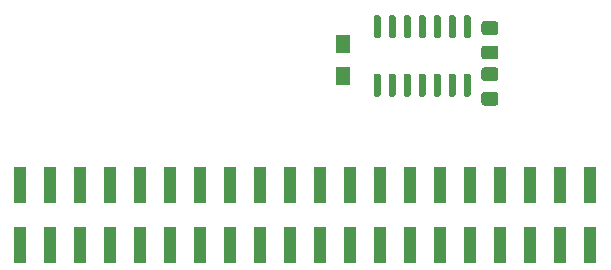
<source format=gbr>
G04 #@! TF.GenerationSoftware,KiCad,Pcbnew,(5.1.10)-1*
G04 #@! TF.CreationDate,2021-10-17T01:43:43+10:00*
G04 #@! TF.ProjectId,RedPyKeeb_MCU,52656450-794b-4656-9562-5f4d43552e6b,rev?*
G04 #@! TF.SameCoordinates,Original*
G04 #@! TF.FileFunction,Paste,Top*
G04 #@! TF.FilePolarity,Positive*
%FSLAX46Y46*%
G04 Gerber Fmt 4.6, Leading zero omitted, Abs format (unit mm)*
G04 Created by KiCad (PCBNEW (5.1.10)-1) date 2021-10-17 01:43:43*
%MOMM*%
%LPD*%
G01*
G04 APERTURE LIST*
%ADD10R,1.000000X3.150000*%
%ADD11R,1.300000X1.500000*%
G04 APERTURE END LIST*
D10*
X78950000Y-71075000D03*
X78950000Y-66025000D03*
X84030000Y-66025240D03*
X81490000Y-66025000D03*
X81490000Y-71075000D03*
X76410000Y-71075000D03*
X71330000Y-71075000D03*
X73870000Y-71075000D03*
X76410000Y-66025000D03*
X84030000Y-71075000D03*
X63710000Y-71075000D03*
X68790000Y-71075000D03*
X68790000Y-66025000D03*
X66250000Y-66025000D03*
X63710000Y-66025000D03*
X43390000Y-66025000D03*
X56090000Y-66025000D03*
X58630000Y-71075000D03*
X48470000Y-71075000D03*
X45930000Y-66025000D03*
X40850000Y-71075000D03*
X58630000Y-66025000D03*
X56090000Y-71075000D03*
X40850000Y-66025000D03*
X53550000Y-66025000D03*
X61170000Y-71075000D03*
X48470000Y-66025000D03*
X61170000Y-66025000D03*
X51010000Y-71075000D03*
X51010000Y-66025000D03*
X38310000Y-71075000D03*
X38310000Y-66025000D03*
X66250000Y-71075000D03*
X45930000Y-71075000D03*
X43390000Y-71075000D03*
X71330000Y-66025000D03*
X35770000Y-71075000D03*
X35770000Y-66025240D03*
X73870000Y-66025000D03*
X53550000Y-71075000D03*
D11*
X63068200Y-56794400D03*
X63068200Y-54094400D03*
G36*
G01*
X73433800Y-56567200D02*
X73733800Y-56567200D01*
G75*
G02*
X73883800Y-56717200I0J-150000D01*
G01*
X73883800Y-58367200D01*
G75*
G02*
X73733800Y-58517200I-150000J0D01*
G01*
X73433800Y-58517200D01*
G75*
G02*
X73283800Y-58367200I0J150000D01*
G01*
X73283800Y-56717200D01*
G75*
G02*
X73433800Y-56567200I150000J0D01*
G01*
G37*
G36*
G01*
X72163800Y-56567200D02*
X72463800Y-56567200D01*
G75*
G02*
X72613800Y-56717200I0J-150000D01*
G01*
X72613800Y-58367200D01*
G75*
G02*
X72463800Y-58517200I-150000J0D01*
G01*
X72163800Y-58517200D01*
G75*
G02*
X72013800Y-58367200I0J150000D01*
G01*
X72013800Y-56717200D01*
G75*
G02*
X72163800Y-56567200I150000J0D01*
G01*
G37*
G36*
G01*
X70893800Y-56567200D02*
X71193800Y-56567200D01*
G75*
G02*
X71343800Y-56717200I0J-150000D01*
G01*
X71343800Y-58367200D01*
G75*
G02*
X71193800Y-58517200I-150000J0D01*
G01*
X70893800Y-58517200D01*
G75*
G02*
X70743800Y-58367200I0J150000D01*
G01*
X70743800Y-56717200D01*
G75*
G02*
X70893800Y-56567200I150000J0D01*
G01*
G37*
G36*
G01*
X69623800Y-56567200D02*
X69923800Y-56567200D01*
G75*
G02*
X70073800Y-56717200I0J-150000D01*
G01*
X70073800Y-58367200D01*
G75*
G02*
X69923800Y-58517200I-150000J0D01*
G01*
X69623800Y-58517200D01*
G75*
G02*
X69473800Y-58367200I0J150000D01*
G01*
X69473800Y-56717200D01*
G75*
G02*
X69623800Y-56567200I150000J0D01*
G01*
G37*
G36*
G01*
X68353800Y-56567200D02*
X68653800Y-56567200D01*
G75*
G02*
X68803800Y-56717200I0J-150000D01*
G01*
X68803800Y-58367200D01*
G75*
G02*
X68653800Y-58517200I-150000J0D01*
G01*
X68353800Y-58517200D01*
G75*
G02*
X68203800Y-58367200I0J150000D01*
G01*
X68203800Y-56717200D01*
G75*
G02*
X68353800Y-56567200I150000J0D01*
G01*
G37*
G36*
G01*
X67083800Y-56567200D02*
X67383800Y-56567200D01*
G75*
G02*
X67533800Y-56717200I0J-150000D01*
G01*
X67533800Y-58367200D01*
G75*
G02*
X67383800Y-58517200I-150000J0D01*
G01*
X67083800Y-58517200D01*
G75*
G02*
X66933800Y-58367200I0J150000D01*
G01*
X66933800Y-56717200D01*
G75*
G02*
X67083800Y-56567200I150000J0D01*
G01*
G37*
G36*
G01*
X65813800Y-56567200D02*
X66113800Y-56567200D01*
G75*
G02*
X66263800Y-56717200I0J-150000D01*
G01*
X66263800Y-58367200D01*
G75*
G02*
X66113800Y-58517200I-150000J0D01*
G01*
X65813800Y-58517200D01*
G75*
G02*
X65663800Y-58367200I0J150000D01*
G01*
X65663800Y-56717200D01*
G75*
G02*
X65813800Y-56567200I150000J0D01*
G01*
G37*
G36*
G01*
X65813800Y-51617200D02*
X66113800Y-51617200D01*
G75*
G02*
X66263800Y-51767200I0J-150000D01*
G01*
X66263800Y-53417200D01*
G75*
G02*
X66113800Y-53567200I-150000J0D01*
G01*
X65813800Y-53567200D01*
G75*
G02*
X65663800Y-53417200I0J150000D01*
G01*
X65663800Y-51767200D01*
G75*
G02*
X65813800Y-51617200I150000J0D01*
G01*
G37*
G36*
G01*
X67083800Y-51617200D02*
X67383800Y-51617200D01*
G75*
G02*
X67533800Y-51767200I0J-150000D01*
G01*
X67533800Y-53417200D01*
G75*
G02*
X67383800Y-53567200I-150000J0D01*
G01*
X67083800Y-53567200D01*
G75*
G02*
X66933800Y-53417200I0J150000D01*
G01*
X66933800Y-51767200D01*
G75*
G02*
X67083800Y-51617200I150000J0D01*
G01*
G37*
G36*
G01*
X68353800Y-51617200D02*
X68653800Y-51617200D01*
G75*
G02*
X68803800Y-51767200I0J-150000D01*
G01*
X68803800Y-53417200D01*
G75*
G02*
X68653800Y-53567200I-150000J0D01*
G01*
X68353800Y-53567200D01*
G75*
G02*
X68203800Y-53417200I0J150000D01*
G01*
X68203800Y-51767200D01*
G75*
G02*
X68353800Y-51617200I150000J0D01*
G01*
G37*
G36*
G01*
X69623800Y-51617200D02*
X69923800Y-51617200D01*
G75*
G02*
X70073800Y-51767200I0J-150000D01*
G01*
X70073800Y-53417200D01*
G75*
G02*
X69923800Y-53567200I-150000J0D01*
G01*
X69623800Y-53567200D01*
G75*
G02*
X69473800Y-53417200I0J150000D01*
G01*
X69473800Y-51767200D01*
G75*
G02*
X69623800Y-51617200I150000J0D01*
G01*
G37*
G36*
G01*
X70893800Y-51617200D02*
X71193800Y-51617200D01*
G75*
G02*
X71343800Y-51767200I0J-150000D01*
G01*
X71343800Y-53417200D01*
G75*
G02*
X71193800Y-53567200I-150000J0D01*
G01*
X70893800Y-53567200D01*
G75*
G02*
X70743800Y-53417200I0J150000D01*
G01*
X70743800Y-51767200D01*
G75*
G02*
X70893800Y-51617200I150000J0D01*
G01*
G37*
G36*
G01*
X72163800Y-51617200D02*
X72463800Y-51617200D01*
G75*
G02*
X72613800Y-51767200I0J-150000D01*
G01*
X72613800Y-53417200D01*
G75*
G02*
X72463800Y-53567200I-150000J0D01*
G01*
X72163800Y-53567200D01*
G75*
G02*
X72013800Y-53417200I0J150000D01*
G01*
X72013800Y-51767200D01*
G75*
G02*
X72163800Y-51617200I150000J0D01*
G01*
G37*
G36*
G01*
X73433800Y-51617200D02*
X73733800Y-51617200D01*
G75*
G02*
X73883800Y-51767200I0J-150000D01*
G01*
X73883800Y-53417200D01*
G75*
G02*
X73733800Y-53567200I-150000J0D01*
G01*
X73433800Y-53567200D01*
G75*
G02*
X73283800Y-53417200I0J150000D01*
G01*
X73283800Y-51767200D01*
G75*
G02*
X73433800Y-51617200I150000J0D01*
G01*
G37*
G36*
G01*
X75039200Y-56033000D02*
X75989200Y-56033000D01*
G75*
G02*
X76239200Y-56283000I0J-250000D01*
G01*
X76239200Y-56958000D01*
G75*
G02*
X75989200Y-57208000I-250000J0D01*
G01*
X75039200Y-57208000D01*
G75*
G02*
X74789200Y-56958000I0J250000D01*
G01*
X74789200Y-56283000D01*
G75*
G02*
X75039200Y-56033000I250000J0D01*
G01*
G37*
G36*
G01*
X75039200Y-58108000D02*
X75989200Y-58108000D01*
G75*
G02*
X76239200Y-58358000I0J-250000D01*
G01*
X76239200Y-59033000D01*
G75*
G02*
X75989200Y-59283000I-250000J0D01*
G01*
X75039200Y-59283000D01*
G75*
G02*
X74789200Y-59033000I0J250000D01*
G01*
X74789200Y-58358000D01*
G75*
G02*
X75039200Y-58108000I250000J0D01*
G01*
G37*
G36*
G01*
X75989200Y-53296400D02*
X75039200Y-53296400D01*
G75*
G02*
X74789200Y-53046400I0J250000D01*
G01*
X74789200Y-52371400D01*
G75*
G02*
X75039200Y-52121400I250000J0D01*
G01*
X75989200Y-52121400D01*
G75*
G02*
X76239200Y-52371400I0J-250000D01*
G01*
X76239200Y-53046400D01*
G75*
G02*
X75989200Y-53296400I-250000J0D01*
G01*
G37*
G36*
G01*
X75989200Y-55371400D02*
X75039200Y-55371400D01*
G75*
G02*
X74789200Y-55121400I0J250000D01*
G01*
X74789200Y-54446400D01*
G75*
G02*
X75039200Y-54196400I250000J0D01*
G01*
X75989200Y-54196400D01*
G75*
G02*
X76239200Y-54446400I0J-250000D01*
G01*
X76239200Y-55121400D01*
G75*
G02*
X75989200Y-55371400I-250000J0D01*
G01*
G37*
M02*

</source>
